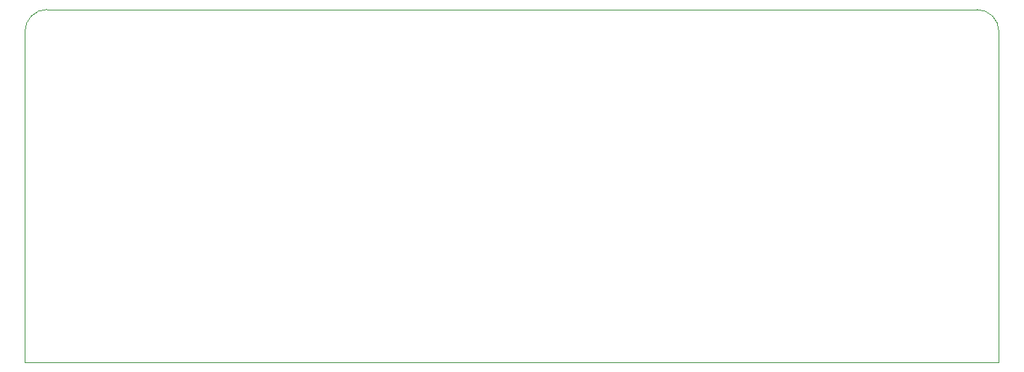
<source format=gbr>
G04 #@! TF.GenerationSoftware,KiCad,Pcbnew,(5.1.2)-2*
G04 #@! TF.CreationDate,2021-09-18T23:43:35+02:00*
G04 #@! TF.ProjectId,aZ80_SIO,615a3830-5f53-4494-9f2e-6b696361645f,rev?*
G04 #@! TF.SameCoordinates,Original*
G04 #@! TF.FileFunction,Profile,NP*
%FSLAX46Y46*%
G04 Gerber Fmt 4.6, Leading zero omitted, Abs format (unit mm)*
G04 Created by KiCad (PCBNEW (5.1.2)-2) date 2021-09-18 23:43:35*
%MOMM*%
%LPD*%
G04 APERTURE LIST*
%ADD10C,0.120000*%
G04 APERTURE END LIST*
D10*
X190660000Y-74260000D02*
G75*
G02X193150000Y-76750000I0J-2490000D01*
G01*
X82900000Y-76750000D02*
G75*
G02X85400000Y-74250000I2500000J0D01*
G01*
X193150000Y-76750000D02*
X193140000Y-114276000D01*
X85400000Y-74250000D02*
X190660000Y-74260000D01*
X82900000Y-114276000D02*
X82900000Y-76750000D01*
X193140000Y-114276000D02*
X82904000Y-114276000D01*
M02*

</source>
